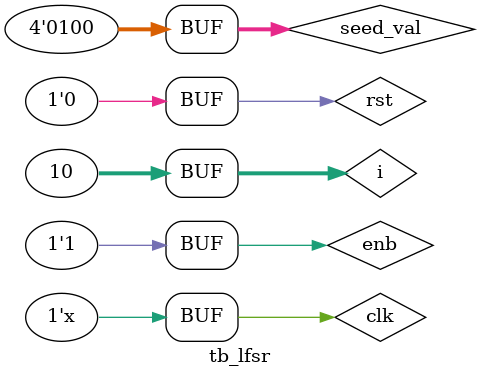
<source format=sv>
`timescale 1ns/1ns

module tb_lfsr;

    parameter U_BITS = 4;

    integer i;

    reg clk;
    wire [U_BITS-1:0] out;
    reg enb;
    reg rst;

    wire [U_BITS-1:0] seed_val; 
    assign seed_val = 4'b0100;  // Initialize seed_val

    blinky # (.OUTPUT_WIDTH(U_BITS)) dut (
        .out(out),
        .clk(clk),
        .rst(rst),
        .enb(enb),
        .seed(seed_val)
    );

    localparam clk_period = 10;
    always begin
        #(clk_period/2) clk = ~clk;
    end

    initial begin
        $monitor("time=%0t, clk=%b, out=%b", $time, clk, out);
        clk = 0;
	enb = 1;
	rst = 0;
        for (i = 0; i < 10; i = i + 1) begin
            #(clk_period);
        end
    end

endmodule

</source>
